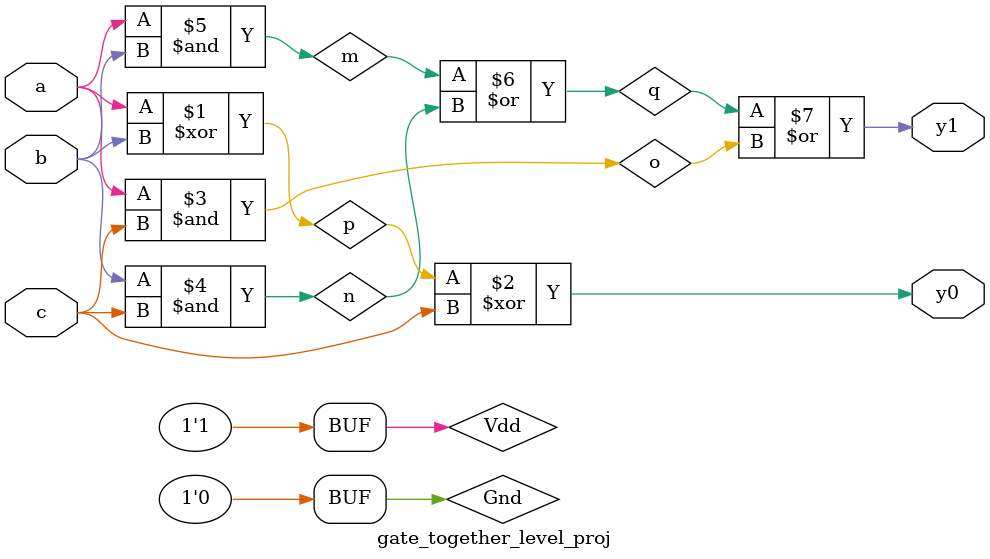
<source format=sv>
`timescale 1ns/1ns
module gate_together_level_proj (input a, b, c, output y1, y0);
    supply1 Vdd;
    supply0 Gnd;
    wire m, n, o, p, q;

    xor #(10, 14) G1(p, a, b);
    xor #(10, 14) G2(y0, p, c);
    and #(12, 17) G3(o, a, c);
    and #(12, 17) G4(n, b, c);
    and #(12, 17) G5(m, a, b);
    or #(10, 17) G6(q, m, n);
    or #(10, 17) G7(y1, q, o);
endmodule 
</source>
